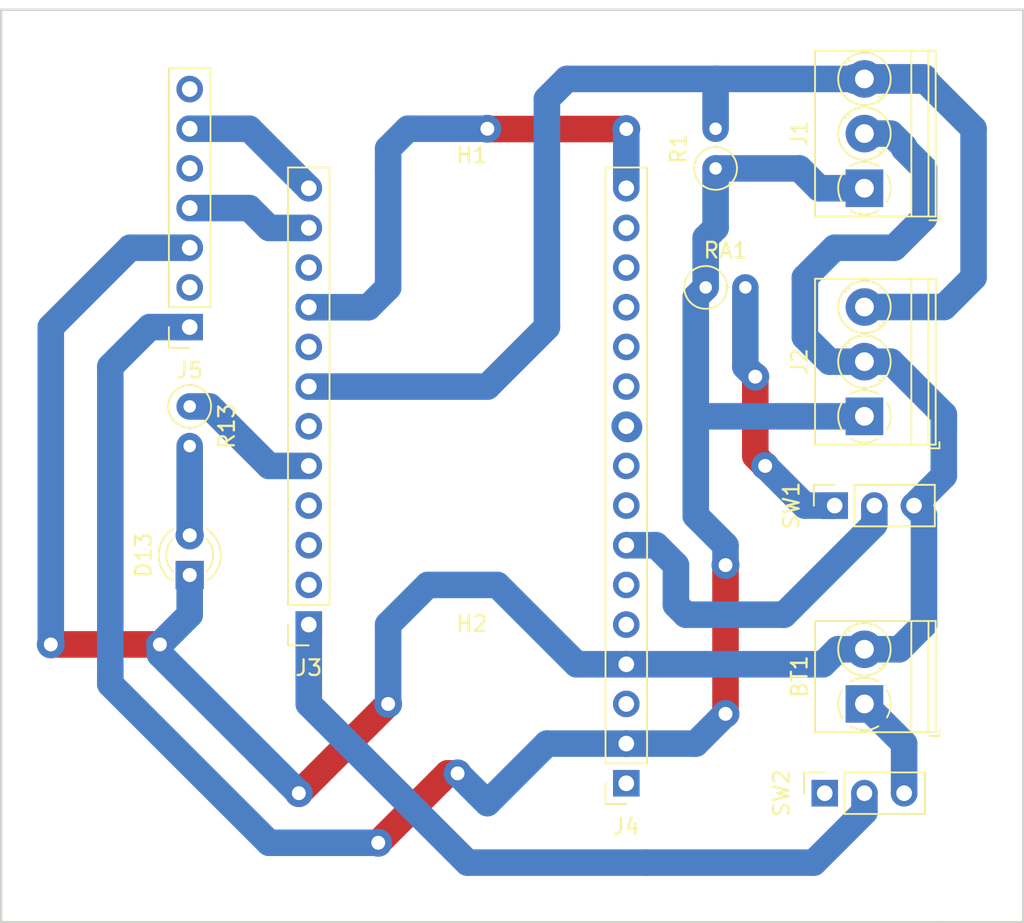
<source format=kicad_pcb>
(kicad_pcb (version 20171130) (host pcbnew 5.1.5-52549c5~84~ubuntu18.04.1)

  (general
    (thickness 1.6)
    (drawings 10)
    (tracks 139)
    (zones 0)
    (modules 14)
    (nets 13)
  )

  (page A4)
  (layers
    (0 F.Cu signal)
    (31 B.Cu signal)
    (32 B.Adhes user)
    (33 F.Adhes user)
    (34 B.Paste user)
    (35 F.Paste user)
    (36 B.SilkS user)
    (37 F.SilkS user)
    (38 B.Mask user)
    (39 F.Mask user)
    (40 Dwgs.User user)
    (41 Cmts.User user)
    (42 Eco1.User user)
    (43 Eco2.User user)
    (44 Edge.Cuts user)
    (45 Margin user)
    (46 B.CrtYd user)
    (47 F.CrtYd user)
    (48 B.Fab user)
    (49 F.Fab user)
  )

  (setup
    (last_trace_width 1.7)
    (user_trace_width 0.254)
    (user_trace_width 0.381)
    (user_trace_width 0.635)
    (user_trace_width 1.27)
    (user_trace_width 1.7)
    (user_trace_width 1.905)
    (user_trace_width 2.54)
    (trace_clearance 0.2)
    (zone_clearance 0.508)
    (zone_45_only no)
    (trace_min 0.2)
    (via_size 1.778)
    (via_drill 0.889)
    (via_min_size 0.4)
    (via_min_drill 0.508)
    (uvia_size 0.3)
    (uvia_drill 0.1)
    (uvias_allowed no)
    (uvia_min_size 0.2)
    (uvia_min_drill 0.1)
    (edge_width 0.15)
    (segment_width 0.2)
    (pcb_text_width 0.3)
    (pcb_text_size 1.5 1.5)
    (mod_edge_width 0.15)
    (mod_text_size 1 1)
    (mod_text_width 0.15)
    (pad_size 1.4 1.4)
    (pad_drill 0.7)
    (pad_to_mask_clearance 0.051)
    (solder_mask_min_width 0.25)
    (aux_axis_origin 9.525 59.69)
    (visible_elements FFFDFF7F)
    (pcbplotparams
      (layerselection 0x010fc_ffffffff)
      (usegerberextensions false)
      (usegerberattributes false)
      (usegerberadvancedattributes false)
      (creategerberjobfile false)
      (excludeedgelayer true)
      (linewidth 0.100000)
      (plotframeref false)
      (viasonmask false)
      (mode 1)
      (useauxorigin false)
      (hpglpennumber 1)
      (hpglpenspeed 20)
      (hpglpendiameter 15.000000)
      (psnegative false)
      (psa4output false)
      (plotreference true)
      (plotvalue true)
      (plotinvisibletext false)
      (padsonsilk false)
      (subtractmaskfromsilk false)
      (outputformat 1)
      (mirror false)
      (drillshape 0)
      (scaleselection 1)
      (outputdirectory "gerb/drill_v2/"))
  )

  (net 0 "")
  (net 1 GND)
  (net 2 D10)
  (net 3 D12)
  (net 4 D6)
  (net 5 "Net-(BT1-Pad1)")
  (net 6 VBAT)
  (net 7 SCL)
  (net 8 SDA)
  (net 9 +3V3)
  (net 10 "Net-(D13-Pad2)")
  (net 11 A2)
  (net 12 "Net-(RA1-Pad2)")

  (net_class Default "This is the default net class."
    (clearance 0.2)
    (trace_width 0.25)
    (via_dia 1.778)
    (via_drill 0.889)
    (uvia_dia 0.3)
    (uvia_drill 0.1)
    (add_net +3V3)
    (add_net A2)
    (add_net D10)
    (add_net D12)
    (add_net D6)
    (add_net GND)
    (add_net "Net-(BT1-Pad1)")
    (add_net "Net-(D13-Pad2)")
    (add_net "Net-(RA1-Pad2)")
    (add_net SCL)
    (add_net SDA)
    (add_net VBAT)
  )

  (module Connector_PinSocket_2.54mm:PinSocket_1x03_P2.54mm_Vertical (layer F.Cu) (tedit 5A19A429) (tstamp 5EE2C0B0)
    (at 62.865 33.02 90)
    (descr "Through hole straight socket strip, 1x03, 2.54mm pitch, single row (from Kicad 4.0.7), script generated")
    (tags "Through hole socket strip THT 1x03 2.54mm single row")
    (path /5EE2C0E6)
    (fp_text reference SW1 (at 0 -2.77 90) (layer F.SilkS)
      (effects (font (size 1 1) (thickness 0.15)))
    )
    (fp_text value SW_SPDT (at 0 7.85 90) (layer F.Fab)
      (effects (font (size 1 1) (thickness 0.15)))
    )
    (fp_text user %R (at 0 2.54) (layer F.Fab)
      (effects (font (size 1 1) (thickness 0.15)))
    )
    (fp_line (start -1.8 6.85) (end -1.8 -1.8) (layer F.CrtYd) (width 0.05))
    (fp_line (start 1.75 6.85) (end -1.8 6.85) (layer F.CrtYd) (width 0.05))
    (fp_line (start 1.75 -1.8) (end 1.75 6.85) (layer F.CrtYd) (width 0.05))
    (fp_line (start -1.8 -1.8) (end 1.75 -1.8) (layer F.CrtYd) (width 0.05))
    (fp_line (start 0 -1.33) (end 1.33 -1.33) (layer F.SilkS) (width 0.12))
    (fp_line (start 1.33 -1.33) (end 1.33 0) (layer F.SilkS) (width 0.12))
    (fp_line (start 1.33 1.27) (end 1.33 6.41) (layer F.SilkS) (width 0.12))
    (fp_line (start -1.33 6.41) (end 1.33 6.41) (layer F.SilkS) (width 0.12))
    (fp_line (start -1.33 1.27) (end -1.33 6.41) (layer F.SilkS) (width 0.12))
    (fp_line (start -1.33 1.27) (end 1.33 1.27) (layer F.SilkS) (width 0.12))
    (fp_line (start -1.27 6.35) (end -1.27 -1.27) (layer F.Fab) (width 0.1))
    (fp_line (start 1.27 6.35) (end -1.27 6.35) (layer F.Fab) (width 0.1))
    (fp_line (start 1.27 -0.635) (end 1.27 6.35) (layer F.Fab) (width 0.1))
    (fp_line (start 0.635 -1.27) (end 1.27 -0.635) (layer F.Fab) (width 0.1))
    (fp_line (start -1.27 -1.27) (end 0.635 -1.27) (layer F.Fab) (width 0.1))
    (pad 3 thru_hole oval (at 0 5.08 90) (size 1.7 1.7) (drill 1) (layers *.Cu *.Mask)
      (net 1 GND))
    (pad 2 thru_hole oval (at 0 2.54 90) (size 1.7 1.7) (drill 1) (layers *.Cu *.Mask)
      (net 11 A2))
    (pad 1 thru_hole rect (at 0 0 90) (size 1.7 1.7) (drill 1) (layers *.Cu *.Mask)
      (net 12 "Net-(RA1-Pad2)"))
    (model ${KISYS3DMOD}/Connector_PinSocket_2.54mm.3dshapes/PinSocket_1x03_P2.54mm_Vertical.wrl
      (at (xyz 0 0 0))
      (scale (xyz 1 1 1))
      (rotate (xyz 0 0 0))
    )
  )

  (module Resistor_THT:R_Axial_DIN0207_L6.3mm_D2.5mm_P2.54mm_Vertical (layer F.Cu) (tedit 5AE5139B) (tstamp 5EE2C099)
    (at 54.61 19.05)
    (descr "Resistor, Axial_DIN0207 series, Axial, Vertical, pin pitch=2.54mm, 0.25W = 1/4W, length*diameter=6.3*2.5mm^2, http://cdn-reichelt.de/documents/datenblatt/B400/1_4W%23YAG.pdf")
    (tags "Resistor Axial_DIN0207 series Axial Vertical pin pitch 2.54mm 0.25W = 1/4W length 6.3mm diameter 2.5mm")
    (path /5EE34F4A)
    (fp_text reference RA1 (at 1.27 -2.37) (layer F.SilkS)
      (effects (font (size 1 1) (thickness 0.15)))
    )
    (fp_text value R (at 1.27 2.37) (layer F.Fab)
      (effects (font (size 1 1) (thickness 0.15)))
    )
    (fp_text user %R (at 1.27 -2.37) (layer F.Fab)
      (effects (font (size 1 1) (thickness 0.15)))
    )
    (fp_line (start 3.59 -1.5) (end -1.5 -1.5) (layer F.CrtYd) (width 0.05))
    (fp_line (start 3.59 1.5) (end 3.59 -1.5) (layer F.CrtYd) (width 0.05))
    (fp_line (start -1.5 1.5) (end 3.59 1.5) (layer F.CrtYd) (width 0.05))
    (fp_line (start -1.5 -1.5) (end -1.5 1.5) (layer F.CrtYd) (width 0.05))
    (fp_line (start 1.37 0) (end 1.44 0) (layer F.SilkS) (width 0.12))
    (fp_line (start 0 0) (end 2.54 0) (layer F.Fab) (width 0.1))
    (fp_circle (center 0 0) (end 1.37 0) (layer F.SilkS) (width 0.12))
    (fp_circle (center 0 0) (end 1.25 0) (layer F.Fab) (width 0.1))
    (pad 2 thru_hole oval (at 2.54 0) (size 1.6 1.6) (drill 0.8) (layers *.Cu *.Mask)
      (net 12 "Net-(RA1-Pad2)"))
    (pad 1 thru_hole circle (at 0 0) (size 1.6 1.6) (drill 0.8) (layers *.Cu *.Mask)
      (net 9 +3V3))
    (model ${KISYS3DMOD}/Resistor_THT.3dshapes/R_Axial_DIN0207_L6.3mm_D2.5mm_P2.54mm_Vertical.wrl
      (at (xyz 0 0 0))
      (scale (xyz 1 1 1))
      (rotate (xyz 0 0 0))
    )
  )

  (module TerminalBlock_Phoenix:TerminalBlock_Phoenix_PT-1,5-3-3.5-H_1x03_P3.50mm_Horizontal (layer F.Cu) (tedit 5B294F3F) (tstamp 5EE3203A)
    (at 64.77 27.305 90)
    (descr "Terminal Block Phoenix PT-1,5-3-3.5-H, 3 pins, pitch 3.5mm, size 10.5x7.6mm^2, drill diamater 1.2mm, pad diameter 2.4mm, see , script-generated using https://github.com/pointhi/kicad-footprint-generator/scripts/TerminalBlock_Phoenix")
    (tags "THT Terminal Block Phoenix PT-1,5-3-3.5-H pitch 3.5mm size 10.5x7.6mm^2 drill 1.2mm pad 2.4mm")
    (path /5EED09F8)
    (fp_text reference J2 (at 3.5 -4.16 90) (layer F.SilkS)
      (effects (font (size 1 1) (thickness 0.15)))
    )
    (fp_text value Screw_Terminal_01x03 (at 3.5 5.56 90) (layer F.Fab)
      (effects (font (size 1 1) (thickness 0.15)))
    )
    (fp_text user %R (at 3.5 2.4 90) (layer F.Fab)
      (effects (font (size 1 1) (thickness 0.15)))
    )
    (fp_line (start 9.25 -3.6) (end -2.25 -3.6) (layer F.CrtYd) (width 0.05))
    (fp_line (start 9.25 5) (end 9.25 -3.6) (layer F.CrtYd) (width 0.05))
    (fp_line (start -2.25 5) (end 9.25 5) (layer F.CrtYd) (width 0.05))
    (fp_line (start -2.25 -3.6) (end -2.25 5) (layer F.CrtYd) (width 0.05))
    (fp_line (start -2.05 4.8) (end -1.65 4.8) (layer F.SilkS) (width 0.12))
    (fp_line (start -2.05 4.16) (end -2.05 4.8) (layer F.SilkS) (width 0.12))
    (fp_line (start 5.855 0.941) (end 5.726 1.069) (layer F.SilkS) (width 0.12))
    (fp_line (start 8.07 -1.275) (end 7.976 -1.181) (layer F.SilkS) (width 0.12))
    (fp_line (start 6.025 1.181) (end 5.931 1.274) (layer F.SilkS) (width 0.12))
    (fp_line (start 8.275 -1.069) (end 8.146 -0.941) (layer F.SilkS) (width 0.12))
    (fp_line (start 7.955 -1.138) (end 5.863 0.955) (layer F.Fab) (width 0.1))
    (fp_line (start 8.138 -0.955) (end 6.046 1.138) (layer F.Fab) (width 0.1))
    (fp_line (start 2.355 0.941) (end 2.226 1.069) (layer F.SilkS) (width 0.12))
    (fp_line (start 4.57 -1.275) (end 4.476 -1.181) (layer F.SilkS) (width 0.12))
    (fp_line (start 2.525 1.181) (end 2.431 1.274) (layer F.SilkS) (width 0.12))
    (fp_line (start 4.775 -1.069) (end 4.646 -0.941) (layer F.SilkS) (width 0.12))
    (fp_line (start 4.455 -1.138) (end 2.363 0.955) (layer F.Fab) (width 0.1))
    (fp_line (start 4.638 -0.955) (end 2.546 1.138) (layer F.Fab) (width 0.1))
    (fp_line (start 0.955 -1.138) (end -1.138 0.955) (layer F.Fab) (width 0.1))
    (fp_line (start 1.138 -0.955) (end -0.955 1.138) (layer F.Fab) (width 0.1))
    (fp_line (start 8.81 -3.16) (end 8.81 4.56) (layer F.SilkS) (width 0.12))
    (fp_line (start -1.81 -3.16) (end -1.81 4.56) (layer F.SilkS) (width 0.12))
    (fp_line (start -1.81 4.56) (end 8.81 4.56) (layer F.SilkS) (width 0.12))
    (fp_line (start -1.81 -3.16) (end 8.81 -3.16) (layer F.SilkS) (width 0.12))
    (fp_line (start -1.81 3) (end 8.81 3) (layer F.SilkS) (width 0.12))
    (fp_line (start -1.75 3) (end 8.75 3) (layer F.Fab) (width 0.1))
    (fp_line (start -1.81 4.1) (end 8.81 4.1) (layer F.SilkS) (width 0.12))
    (fp_line (start -1.75 4.1) (end 8.75 4.1) (layer F.Fab) (width 0.1))
    (fp_line (start -1.75 4.1) (end -1.75 -3.1) (layer F.Fab) (width 0.1))
    (fp_line (start -1.35 4.5) (end -1.75 4.1) (layer F.Fab) (width 0.1))
    (fp_line (start 8.75 4.5) (end -1.35 4.5) (layer F.Fab) (width 0.1))
    (fp_line (start 8.75 -3.1) (end 8.75 4.5) (layer F.Fab) (width 0.1))
    (fp_line (start -1.75 -3.1) (end 8.75 -3.1) (layer F.Fab) (width 0.1))
    (fp_circle (center 7 0) (end 8.68 0) (layer F.SilkS) (width 0.12))
    (fp_circle (center 7 0) (end 8.5 0) (layer F.Fab) (width 0.1))
    (fp_circle (center 3.5 0) (end 5.18 0) (layer F.SilkS) (width 0.12))
    (fp_circle (center 3.5 0) (end 5 0) (layer F.Fab) (width 0.1))
    (fp_circle (center 0 0) (end 1.5 0) (layer F.Fab) (width 0.1))
    (fp_arc (start 0 0) (end -0.866 1.44) (angle -32) (layer F.SilkS) (width 0.12))
    (fp_arc (start 0 0) (end -1.44 -0.866) (angle -63) (layer F.SilkS) (width 0.12))
    (fp_arc (start 0 0) (end 0.866 -1.44) (angle -63) (layer F.SilkS) (width 0.12))
    (fp_arc (start 0 0) (end 1.425 0.891) (angle -64) (layer F.SilkS) (width 0.12))
    (fp_arc (start 0 0) (end 0 1.68) (angle -32) (layer F.SilkS) (width 0.12))
    (pad 3 thru_hole circle (at 7 0 90) (size 2.4 2.4) (drill 1.2) (layers *.Cu *.Mask)
      (net 2 D10))
    (pad 2 thru_hole circle (at 3.5 0 90) (size 2.4 2.4) (drill 1.2) (layers *.Cu *.Mask)
      (net 1 GND))
    (pad 1 thru_hole rect (at 0 0 90) (size 2.4 2.4) (drill 1.2) (layers *.Cu *.Mask)
      (net 9 +3V3))
    (model ${KISYS3DMOD}/TerminalBlock_Phoenix.3dshapes/TerminalBlock_Phoenix_PT-1,5-3-3.5-H_1x03_P3.50mm_Horizontal.wrl
      (at (xyz 0 0 0))
      (scale (xyz 1 1 1))
      (rotate (xyz 0 0 0))
    )
  )

  (module TerminalBlock_Phoenix:TerminalBlock_Phoenix_PT-1,5-3-3.5-H_1x03_P3.50mm_Horizontal (layer F.Cu) (tedit 5B294F3F) (tstamp 5E5C4680)
    (at 64.77 12.7 90)
    (descr "Terminal Block Phoenix PT-1,5-3-3.5-H, 3 pins, pitch 3.5mm, size 10.5x7.6mm^2, drill diamater 1.2mm, pad diameter 2.4mm, see , script-generated using https://github.com/pointhi/kicad-footprint-generator/scripts/TerminalBlock_Phoenix")
    (tags "THT Terminal Block Phoenix PT-1,5-3-3.5-H pitch 3.5mm size 10.5x7.6mm^2 drill 1.2mm pad 2.4mm")
    (path /5D3E8A32)
    (fp_text reference J1 (at 3.5 -4.16 90) (layer F.SilkS)
      (effects (font (size 1 1) (thickness 0.15)))
    )
    (fp_text value Screw_Terminal_01x03 (at 3.5 5.56 90) (layer F.Fab)
      (effects (font (size 1 1) (thickness 0.15)))
    )
    (fp_arc (start 0 0) (end 0 1.68) (angle -32) (layer F.SilkS) (width 0.12))
    (fp_arc (start 0 0) (end 1.425 0.891) (angle -64) (layer F.SilkS) (width 0.12))
    (fp_arc (start 0 0) (end 0.866 -1.44) (angle -63) (layer F.SilkS) (width 0.12))
    (fp_arc (start 0 0) (end -1.44 -0.866) (angle -63) (layer F.SilkS) (width 0.12))
    (fp_arc (start 0 0) (end -0.866 1.44) (angle -32) (layer F.SilkS) (width 0.12))
    (fp_circle (center 0 0) (end 1.5 0) (layer F.Fab) (width 0.1))
    (fp_circle (center 3.5 0) (end 5 0) (layer F.Fab) (width 0.1))
    (fp_circle (center 3.5 0) (end 5.18 0) (layer F.SilkS) (width 0.12))
    (fp_circle (center 7 0) (end 8.5 0) (layer F.Fab) (width 0.1))
    (fp_circle (center 7 0) (end 8.68 0) (layer F.SilkS) (width 0.12))
    (fp_line (start -1.75 -3.1) (end 8.75 -3.1) (layer F.Fab) (width 0.1))
    (fp_line (start 8.75 -3.1) (end 8.75 4.5) (layer F.Fab) (width 0.1))
    (fp_line (start 8.75 4.5) (end -1.35 4.5) (layer F.Fab) (width 0.1))
    (fp_line (start -1.35 4.5) (end -1.75 4.1) (layer F.Fab) (width 0.1))
    (fp_line (start -1.75 4.1) (end -1.75 -3.1) (layer F.Fab) (width 0.1))
    (fp_line (start -1.75 4.1) (end 8.75 4.1) (layer F.Fab) (width 0.1))
    (fp_line (start -1.81 4.1) (end 8.81 4.1) (layer F.SilkS) (width 0.12))
    (fp_line (start -1.75 3) (end 8.75 3) (layer F.Fab) (width 0.1))
    (fp_line (start -1.81 3) (end 8.81 3) (layer F.SilkS) (width 0.12))
    (fp_line (start -1.81 -3.16) (end 8.81 -3.16) (layer F.SilkS) (width 0.12))
    (fp_line (start -1.81 4.56) (end 8.81 4.56) (layer F.SilkS) (width 0.12))
    (fp_line (start -1.81 -3.16) (end -1.81 4.56) (layer F.SilkS) (width 0.12))
    (fp_line (start 8.81 -3.16) (end 8.81 4.56) (layer F.SilkS) (width 0.12))
    (fp_line (start 1.138 -0.955) (end -0.955 1.138) (layer F.Fab) (width 0.1))
    (fp_line (start 0.955 -1.138) (end -1.138 0.955) (layer F.Fab) (width 0.1))
    (fp_line (start 4.638 -0.955) (end 2.546 1.138) (layer F.Fab) (width 0.1))
    (fp_line (start 4.455 -1.138) (end 2.363 0.955) (layer F.Fab) (width 0.1))
    (fp_line (start 4.775 -1.069) (end 4.646 -0.941) (layer F.SilkS) (width 0.12))
    (fp_line (start 2.525 1.181) (end 2.431 1.274) (layer F.SilkS) (width 0.12))
    (fp_line (start 4.57 -1.275) (end 4.476 -1.181) (layer F.SilkS) (width 0.12))
    (fp_line (start 2.355 0.941) (end 2.226 1.069) (layer F.SilkS) (width 0.12))
    (fp_line (start 8.138 -0.955) (end 6.046 1.138) (layer F.Fab) (width 0.1))
    (fp_line (start 7.955 -1.138) (end 5.863 0.955) (layer F.Fab) (width 0.1))
    (fp_line (start 8.275 -1.069) (end 8.146 -0.941) (layer F.SilkS) (width 0.12))
    (fp_line (start 6.025 1.181) (end 5.931 1.274) (layer F.SilkS) (width 0.12))
    (fp_line (start 8.07 -1.275) (end 7.976 -1.181) (layer F.SilkS) (width 0.12))
    (fp_line (start 5.855 0.941) (end 5.726 1.069) (layer F.SilkS) (width 0.12))
    (fp_line (start -2.05 4.16) (end -2.05 4.8) (layer F.SilkS) (width 0.12))
    (fp_line (start -2.05 4.8) (end -1.65 4.8) (layer F.SilkS) (width 0.12))
    (fp_line (start -2.25 -3.6) (end -2.25 5) (layer F.CrtYd) (width 0.05))
    (fp_line (start -2.25 5) (end 9.25 5) (layer F.CrtYd) (width 0.05))
    (fp_line (start 9.25 5) (end 9.25 -3.6) (layer F.CrtYd) (width 0.05))
    (fp_line (start 9.25 -3.6) (end -2.25 -3.6) (layer F.CrtYd) (width 0.05))
    (fp_text user %R (at 3.5 2.4 90) (layer F.Fab)
      (effects (font (size 1 1) (thickness 0.15)))
    )
    (pad 1 thru_hole rect (at 0 0 90) (size 2.4 2.4) (drill 1.2) (layers *.Cu *.Mask)
      (net 9 +3V3))
    (pad 2 thru_hole circle (at 3.5 0 90) (size 2.4 2.4) (drill 1.2) (layers *.Cu *.Mask)
      (net 1 GND))
    (pad 3 thru_hole circle (at 7 0 90) (size 2.4 2.4) (drill 1.2) (layers *.Cu *.Mask)
      (net 2 D10))
    (model ${KISYS3DMOD}/TerminalBlock_Phoenix.3dshapes/TerminalBlock_Phoenix_PT-1,5-3-3.5-H_1x03_P3.50mm_Horizontal.wrl
      (at (xyz 0 0 0))
      (scale (xyz 1 1 1))
      (rotate (xyz 0 0 0))
    )
  )

  (module Connector_PinSocket_2.54mm:PinSocket_1x12_P2.54mm_Vertical (layer F.Cu) (tedit 5A19A41D) (tstamp 5E5CA31E)
    (at 29.21 40.64 180)
    (descr "Through hole straight socket strip, 1x12, 2.54mm pitch, single row (from Kicad 4.0.7), script generated")
    (tags "Through hole socket strip THT 1x12 2.54mm single row")
    (path /5D3A6009)
    (fp_text reference J3 (at 0 -2.77) (layer F.SilkS)
      (effects (font (size 1 1) (thickness 0.15)))
    )
    (fp_text value FeatherLora1 (at 0 30.71) (layer F.Fab)
      (effects (font (size 1 1) (thickness 0.15)))
    )
    (fp_line (start -1.27 -1.27) (end 0.635 -1.27) (layer F.Fab) (width 0.1))
    (fp_line (start 0.635 -1.27) (end 1.27 -0.635) (layer F.Fab) (width 0.1))
    (fp_line (start 1.27 -0.635) (end 1.27 29.21) (layer F.Fab) (width 0.1))
    (fp_line (start 1.27 29.21) (end -1.27 29.21) (layer F.Fab) (width 0.1))
    (fp_line (start -1.27 29.21) (end -1.27 -1.27) (layer F.Fab) (width 0.1))
    (fp_line (start -1.33 1.27) (end 1.33 1.27) (layer F.SilkS) (width 0.12))
    (fp_line (start -1.33 1.27) (end -1.33 29.27) (layer F.SilkS) (width 0.12))
    (fp_line (start -1.33 29.27) (end 1.33 29.27) (layer F.SilkS) (width 0.12))
    (fp_line (start 1.33 1.27) (end 1.33 29.27) (layer F.SilkS) (width 0.12))
    (fp_line (start 1.33 -1.33) (end 1.33 0) (layer F.SilkS) (width 0.12))
    (fp_line (start 0 -1.33) (end 1.33 -1.33) (layer F.SilkS) (width 0.12))
    (fp_line (start -1.8 -1.8) (end 1.75 -1.8) (layer F.CrtYd) (width 0.05))
    (fp_line (start 1.75 -1.8) (end 1.75 29.7) (layer F.CrtYd) (width 0.05))
    (fp_line (start 1.75 29.7) (end -1.8 29.7) (layer F.CrtYd) (width 0.05))
    (fp_line (start -1.8 29.7) (end -1.8 -1.8) (layer F.CrtYd) (width 0.05))
    (fp_text user %R (at 0 13.97 90) (layer F.Fab)
      (effects (font (size 1 1) (thickness 0.15)))
    )
    (pad 1 thru_hole rect (at 0 0 180) (size 1.7 1.7) (drill 1) (layers *.Cu *.Mask)
      (net 6 VBAT))
    (pad 2 thru_hole oval (at 0 2.54 180) (size 1.7 1.7) (drill 1) (layers *.Cu *.Mask))
    (pad 3 thru_hole oval (at 0 5.08 180) (size 1.7 1.7) (drill 1) (layers *.Cu *.Mask))
    (pad 4 thru_hole oval (at 0 7.62 180) (size 1.7 1.7) (drill 1) (layers *.Cu *.Mask))
    (pad 5 thru_hole oval (at 0 10.16 180) (size 1.7 1.7) (drill 1) (layers *.Cu *.Mask)
      (net 3 D12))
    (pad 6 thru_hole oval (at 0 12.7 180) (size 1.7 1.7) (drill 1) (layers *.Cu *.Mask))
    (pad 7 thru_hole oval (at 0 15.24 180) (size 1.7 1.7) (drill 1) (layers *.Cu *.Mask)
      (net 2 D10))
    (pad 8 thru_hole oval (at 0 17.78 180) (size 1.7 1.7) (drill 1) (layers *.Cu *.Mask))
    (pad 9 thru_hole oval (at 0 20.32 180) (size 1.7 1.7) (drill 1) (layers *.Cu *.Mask)
      (net 4 D6))
    (pad 10 thru_hole oval (at 0 22.86 180) (size 1.7 1.7) (drill 1) (layers *.Cu *.Mask))
    (pad 11 thru_hole oval (at 0 25.4 180) (size 1.7 1.7) (drill 1) (layers *.Cu *.Mask)
      (net 7 SCL))
    (pad 12 thru_hole oval (at 0 27.94 180) (size 1.7 1.7) (drill 1) (layers *.Cu *.Mask)
      (net 8 SDA))
    (model ${KISYS3DMOD}/Connector_PinSocket_2.54mm.3dshapes/PinSocket_1x12_P2.54mm_Vertical.wrl
      (at (xyz 0 0 0))
      (scale (xyz 1 1 1))
      (rotate (xyz 0 0 0))
    )
  )

  (module Connector_PinSocket_2.54mm:PinSocket_1x16_P2.54mm_Vertical (layer F.Cu) (tedit 5A19A41E) (tstamp 5E5CA1C3)
    (at 49.53 50.8 180)
    (descr "Through hole straight socket strip, 1x16, 2.54mm pitch, single row (from Kicad 4.0.7), script generated")
    (tags "Through hole socket strip THT 1x16 2.54mm single row")
    (path /5D3A613C)
    (fp_text reference J4 (at 0 -2.77 180) (layer F.SilkS)
      (effects (font (size 1 1) (thickness 0.15)))
    )
    (fp_text value FeatherLora2 (at 0 40.87 180) (layer F.Fab)
      (effects (font (size 1 1) (thickness 0.15)))
    )
    (fp_line (start -1.27 -1.27) (end 0.635 -1.27) (layer F.Fab) (width 0.1))
    (fp_line (start 0.635 -1.27) (end 1.27 -0.635) (layer F.Fab) (width 0.1))
    (fp_line (start 1.27 -0.635) (end 1.27 39.37) (layer F.Fab) (width 0.1))
    (fp_line (start 1.27 39.37) (end -1.27 39.37) (layer F.Fab) (width 0.1))
    (fp_line (start -1.27 39.37) (end -1.27 -1.27) (layer F.Fab) (width 0.1))
    (fp_line (start -1.33 1.27) (end 1.33 1.27) (layer F.SilkS) (width 0.12))
    (fp_line (start -1.33 1.27) (end -1.33 39.43) (layer F.SilkS) (width 0.12))
    (fp_line (start -1.33 39.43) (end 1.33 39.43) (layer F.SilkS) (width 0.12))
    (fp_line (start 1.33 1.27) (end 1.33 39.43) (layer F.SilkS) (width 0.12))
    (fp_line (start 1.33 -1.33) (end 1.33 0) (layer F.SilkS) (width 0.12))
    (fp_line (start 0 -1.33) (end 1.33 -1.33) (layer F.SilkS) (width 0.12))
    (fp_line (start -1.8 -1.8) (end 1.75 -1.8) (layer F.CrtYd) (width 0.05))
    (fp_line (start 1.75 -1.8) (end 1.75 39.9) (layer F.CrtYd) (width 0.05))
    (fp_line (start 1.75 39.9) (end -1.8 39.9) (layer F.CrtYd) (width 0.05))
    (fp_line (start -1.8 39.9) (end -1.8 -1.8) (layer F.CrtYd) (width 0.05))
    (fp_text user %R (at 0 19.05 270) (layer F.Fab)
      (effects (font (size 1 1) (thickness 0.15)))
    )
    (pad 1 thru_hole rect (at 0 0 180) (size 1.7 1.7) (drill 1) (layers *.Cu *.Mask))
    (pad 2 thru_hole oval (at 0 2.54 180) (size 1.7 1.7) (drill 1) (layers *.Cu *.Mask)
      (net 9 +3V3))
    (pad 3 thru_hole oval (at 0 5.08 180) (size 1.7 1.7) (drill 1) (layers *.Cu *.Mask))
    (pad 4 thru_hole oval (at 0 7.62 180) (size 1.7 1.7) (drill 1) (layers *.Cu *.Mask)
      (net 1 GND))
    (pad 5 thru_hole oval (at 0 10.16 180) (size 1.7 1.7) (drill 1) (layers *.Cu *.Mask))
    (pad 6 thru_hole oval (at 0 12.7 180) (size 1.7 1.7) (drill 1) (layers *.Cu *.Mask))
    (pad 7 thru_hole oval (at 0 15.24 180) (size 1.7 1.7) (drill 1) (layers *.Cu *.Mask)
      (net 11 A2))
    (pad 8 thru_hole oval (at 0 17.78 180) (size 1.7 1.7) (drill 1) (layers *.Cu *.Mask))
    (pad 9 thru_hole oval (at 0 20.32 180) (size 1.7 1.7) (drill 1) (layers *.Cu *.Mask))
    (pad 10 thru_hole oval (at 0 22.86 180) (size 1.7 1.7) (drill 1) (layers *.Cu *.Mask))
    (pad 11 thru_hole oval (at 0 25.4 180) (size 1.7 1.7) (drill 1) (layers *.Cu *.Mask))
    (pad 12 thru_hole oval (at 0 27.94 180) (size 1.7 1.7) (drill 1) (layers *.Cu *.Mask))
    (pad 13 thru_hole oval (at 0 30.48 180) (size 1.7 1.7) (drill 1) (layers *.Cu *.Mask))
    (pad 14 thru_hole oval (at 0 33.02 180) (size 1.7 1.7) (drill 1) (layers *.Cu *.Mask))
    (pad 15 thru_hole oval (at 0 35.56 180) (size 1.7 1.7) (drill 1) (layers *.Cu *.Mask))
    (pad 16 thru_hole oval (at 0 38.1 180) (size 1.7 1.7) (drill 1) (layers *.Cu *.Mask)
      (net 4 D6))
    (model ${KISYS3DMOD}/Connector_PinSocket_2.54mm.3dshapes/PinSocket_1x16_P2.54mm_Vertical.wrl
      (at (xyz 0 0 0))
      (scale (xyz 1 1 1))
      (rotate (xyz 0 0 0))
    )
  )

  (module Connector_PinSocket_2.54mm:PinSocket_1x07_P2.54mm_Vertical (layer F.Cu) (tedit 5A19A433) (tstamp 5EE2E204)
    (at 21.59 21.59 180)
    (descr "Through hole straight socket strip, 1x07, 2.54mm pitch, single row (from Kicad 4.0.7), script generated")
    (tags "Through hole socket strip THT 1x07 2.54mm single row")
    (path /5EE4655A)
    (fp_text reference J5 (at 0 -2.77) (layer F.SilkS)
      (effects (font (size 1 1) (thickness 0.15)))
    )
    (fp_text value Conn_01x07_Female (at 0 18.01) (layer F.Fab)
      (effects (font (size 1 1) (thickness 0.15)))
    )
    (fp_line (start -1.27 -1.27) (end 0.635 -1.27) (layer F.Fab) (width 0.1))
    (fp_line (start 0.635 -1.27) (end 1.27 -0.635) (layer F.Fab) (width 0.1))
    (fp_line (start 1.27 -0.635) (end 1.27 16.51) (layer F.Fab) (width 0.1))
    (fp_line (start 1.27 16.51) (end -1.27 16.51) (layer F.Fab) (width 0.1))
    (fp_line (start -1.27 16.51) (end -1.27 -1.27) (layer F.Fab) (width 0.1))
    (fp_line (start -1.33 1.27) (end 1.33 1.27) (layer F.SilkS) (width 0.12))
    (fp_line (start -1.33 1.27) (end -1.33 16.57) (layer F.SilkS) (width 0.12))
    (fp_line (start -1.33 16.57) (end 1.33 16.57) (layer F.SilkS) (width 0.12))
    (fp_line (start 1.33 1.27) (end 1.33 16.57) (layer F.SilkS) (width 0.12))
    (fp_line (start 1.33 -1.33) (end 1.33 0) (layer F.SilkS) (width 0.12))
    (fp_line (start 0 -1.33) (end 1.33 -1.33) (layer F.SilkS) (width 0.12))
    (fp_line (start -1.8 -1.8) (end 1.75 -1.8) (layer F.CrtYd) (width 0.05))
    (fp_line (start 1.75 -1.8) (end 1.75 17) (layer F.CrtYd) (width 0.05))
    (fp_line (start 1.75 17) (end -1.8 17) (layer F.CrtYd) (width 0.05))
    (fp_line (start -1.8 17) (end -1.8 -1.8) (layer F.CrtYd) (width 0.05))
    (fp_text user %R (at 0 7.62 90) (layer F.Fab)
      (effects (font (size 1 1) (thickness 0.15)))
    )
    (pad 1 thru_hole rect (at 0 0 180) (size 1.7 1.7) (drill 1) (layers *.Cu *.Mask)
      (net 9 +3V3))
    (pad 2 thru_hole oval (at 0 2.54 180) (size 1.7 1.7) (drill 1) (layers *.Cu *.Mask))
    (pad 3 thru_hole oval (at 0 5.08 180) (size 1.7 1.7) (drill 1) (layers *.Cu *.Mask)
      (net 1 GND))
    (pad 4 thru_hole oval (at 0 7.62 180) (size 1.7 1.7) (drill 1) (layers *.Cu *.Mask)
      (net 7 SCL))
    (pad 5 thru_hole oval (at 0 10.16 180) (size 1.7 1.7) (drill 1) (layers *.Cu *.Mask))
    (pad 6 thru_hole oval (at 0 12.7 180) (size 1.7 1.7) (drill 1) (layers *.Cu *.Mask)
      (net 8 SDA))
    (pad 7 thru_hole oval (at 0 15.24 180) (size 1.7 1.7) (drill 1) (layers *.Cu *.Mask))
    (model ${KISYS3DMOD}/Connector_PinSocket_2.54mm.3dshapes/PinSocket_1x07_P2.54mm_Vertical.wrl
      (at (xyz 0 0 0))
      (scale (xyz 1 1 1))
      (rotate (xyz 0 0 0))
    )
  )

  (module Resistor_THT:R_Axial_DIN0207_L6.3mm_D2.5mm_P2.54mm_Vertical (layer F.Cu) (tedit 5AE5139B) (tstamp 5EE2E293)
    (at 55.245 11.43 90)
    (descr "Resistor, Axial_DIN0207 series, Axial, Vertical, pin pitch=2.54mm, 0.25W = 1/4W, length*diameter=6.3*2.5mm^2, http://cdn-reichelt.de/documents/datenblatt/B400/1_4W%23YAG.pdf")
    (tags "Resistor Axial_DIN0207 series Axial Vertical pin pitch 2.54mm 0.25W = 1/4W length 6.3mm diameter 2.5mm")
    (path /5EE6DA1A)
    (fp_text reference R1 (at 1.27 -2.37 90) (layer F.SilkS)
      (effects (font (size 1 1) (thickness 0.15)))
    )
    (fp_text value R (at 1.27 2.37 90) (layer F.Fab)
      (effects (font (size 1 1) (thickness 0.15)))
    )
    (fp_circle (center 0 0) (end 1.25 0) (layer F.Fab) (width 0.1))
    (fp_circle (center 0 0) (end 1.37 0) (layer F.SilkS) (width 0.12))
    (fp_line (start 0 0) (end 2.54 0) (layer F.Fab) (width 0.1))
    (fp_line (start 1.37 0) (end 1.44 0) (layer F.SilkS) (width 0.12))
    (fp_line (start -1.5 -1.5) (end -1.5 1.5) (layer F.CrtYd) (width 0.05))
    (fp_line (start -1.5 1.5) (end 3.59 1.5) (layer F.CrtYd) (width 0.05))
    (fp_line (start 3.59 1.5) (end 3.59 -1.5) (layer F.CrtYd) (width 0.05))
    (fp_line (start 3.59 -1.5) (end -1.5 -1.5) (layer F.CrtYd) (width 0.05))
    (fp_text user %R (at 1.27 -2.37 90) (layer F.Fab)
      (effects (font (size 1 1) (thickness 0.15)))
    )
    (pad 1 thru_hole circle (at 0 0 90) (size 1.6 1.6) (drill 0.8) (layers *.Cu *.Mask)
      (net 9 +3V3))
    (pad 2 thru_hole oval (at 2.54 0 90) (size 1.6 1.6) (drill 0.8) (layers *.Cu *.Mask)
      (net 2 D10))
    (model ${KISYS3DMOD}/Resistor_THT.3dshapes/R_Axial_DIN0207_L6.3mm_D2.5mm_P2.54mm_Vertical.wrl
      (at (xyz 0 0 0))
      (scale (xyz 1 1 1))
      (rotate (xyz 0 0 0))
    )
  )

  (module MountingHole:MountingHole_2.7mm_M2.5 (layer F.Cu) (tedit 56D1B4CB) (tstamp 5E5C7BE7)
    (at 39.64 44.28)
    (descr "Mounting Hole 2.7mm, no annular, M2.5")
    (tags "mounting hole 2.7mm no annular m2.5")
    (path /5E641C08)
    (attr virtual)
    (fp_text reference H2 (at 0 -3.7) (layer F.SilkS)
      (effects (font (size 1 1) (thickness 0.15)))
    )
    (fp_text value MountingHole (at 0 3.7) (layer F.Fab)
      (effects (font (size 1 1) (thickness 0.15)))
    )
    (fp_text user %R (at 0.3 0) (layer F.Fab)
      (effects (font (size 1 1) (thickness 0.15)))
    )
    (fp_circle (center 0 0) (end 2.7 0) (layer Cmts.User) (width 0.15))
    (fp_circle (center 0 0) (end 2.95 0) (layer F.CrtYd) (width 0.05))
    (pad 1 np_thru_hole circle (at 0 0) (size 2.7 2.7) (drill 2.7) (layers *.Cu *.Mask))
  )

  (module MountingHole:MountingHole_2.7mm_M2.5 (layer F.Cu) (tedit 56D1B4CB) (tstamp 5EE30D97)
    (at 39.64 14.28)
    (descr "Mounting Hole 2.7mm, no annular, M2.5")
    (tags "mounting hole 2.7mm no annular m2.5")
    (path /5E641806)
    (attr virtual)
    (fp_text reference H1 (at 0 -3.7) (layer F.SilkS)
      (effects (font (size 1 1) (thickness 0.15)))
    )
    (fp_text value MountingHole (at 0 3.7) (layer F.Fab)
      (effects (font (size 1 1) (thickness 0.15)))
    )
    (fp_text user %R (at 0.3 0) (layer F.Fab)
      (effects (font (size 1 1) (thickness 0.15)))
    )
    (fp_circle (center 0 0) (end 2.7 0) (layer Cmts.User) (width 0.15))
    (fp_circle (center 0 0) (end 2.95 0) (layer F.CrtYd) (width 0.05))
    (pad 1 np_thru_hole circle (at 0 0) (size 2.7 2.7) (drill 2.7) (layers *.Cu *.Mask))
  )

  (module TerminalBlock_Phoenix:TerminalBlock_Phoenix_PT-1,5-2-3.5-H_1x02_P3.50mm_Horizontal (layer F.Cu) (tedit 5B294F3F) (tstamp 5E5C35E4)
    (at 64.77 45.72 90)
    (descr "Terminal Block Phoenix PT-1,5-2-3.5-H, 2 pins, pitch 3.5mm, size 7x7.6mm^2, drill diamater 1.2mm, pad diameter 2.4mm, see , script-generated using https://github.com/pointhi/kicad-footprint-generator/scripts/TerminalBlock_Phoenix")
    (tags "THT Terminal Block Phoenix PT-1,5-2-3.5-H pitch 3.5mm size 7x7.6mm^2 drill 1.2mm pad 2.4mm")
    (path /5E6AC2A2)
    (fp_text reference BT1 (at 1.75 -4.16 -90) (layer F.SilkS)
      (effects (font (size 1 1) (thickness 0.15)))
    )
    (fp_text value Battery (at 1.75 5.56 -90) (layer F.Fab)
      (effects (font (size 1 1) (thickness 0.15)))
    )
    (fp_arc (start 0 0) (end 0 1.68) (angle -32) (layer F.SilkS) (width 0.12))
    (fp_arc (start 0 0) (end 1.425 0.891) (angle -64) (layer F.SilkS) (width 0.12))
    (fp_arc (start 0 0) (end 0.866 -1.44) (angle -63) (layer F.SilkS) (width 0.12))
    (fp_arc (start 0 0) (end -1.44 -0.866) (angle -63) (layer F.SilkS) (width 0.12))
    (fp_arc (start 0 0) (end -0.866 1.44) (angle -32) (layer F.SilkS) (width 0.12))
    (fp_circle (center 0 0) (end 1.5 0) (layer F.Fab) (width 0.1))
    (fp_circle (center 3.5 0) (end 5 0) (layer F.Fab) (width 0.1))
    (fp_circle (center 3.5 0) (end 5.18 0) (layer F.SilkS) (width 0.12))
    (fp_line (start -1.75 -3.1) (end 5.25 -3.1) (layer F.Fab) (width 0.1))
    (fp_line (start 5.25 -3.1) (end 5.25 4.5) (layer F.Fab) (width 0.1))
    (fp_line (start 5.25 4.5) (end -1.35 4.5) (layer F.Fab) (width 0.1))
    (fp_line (start -1.35 4.5) (end -1.75 4.1) (layer F.Fab) (width 0.1))
    (fp_line (start -1.75 4.1) (end -1.75 -3.1) (layer F.Fab) (width 0.1))
    (fp_line (start -1.75 4.1) (end 5.25 4.1) (layer F.Fab) (width 0.1))
    (fp_line (start -1.81 4.1) (end 5.31 4.1) (layer F.SilkS) (width 0.12))
    (fp_line (start -1.75 3) (end 5.25 3) (layer F.Fab) (width 0.1))
    (fp_line (start -1.81 3) (end 5.31 3) (layer F.SilkS) (width 0.12))
    (fp_line (start -1.81 -3.16) (end 5.31 -3.16) (layer F.SilkS) (width 0.12))
    (fp_line (start -1.81 4.56) (end 5.31 4.56) (layer F.SilkS) (width 0.12))
    (fp_line (start -1.81 -3.16) (end -1.81 4.56) (layer F.SilkS) (width 0.12))
    (fp_line (start 5.31 -3.16) (end 5.31 4.56) (layer F.SilkS) (width 0.12))
    (fp_line (start 1.138 -0.955) (end -0.955 1.138) (layer F.Fab) (width 0.1))
    (fp_line (start 0.955 -1.138) (end -1.138 0.955) (layer F.Fab) (width 0.1))
    (fp_line (start 4.638 -0.955) (end 2.546 1.138) (layer F.Fab) (width 0.1))
    (fp_line (start 4.455 -1.138) (end 2.363 0.955) (layer F.Fab) (width 0.1))
    (fp_line (start 4.775 -1.069) (end 4.646 -0.941) (layer F.SilkS) (width 0.12))
    (fp_line (start 2.525 1.181) (end 2.431 1.274) (layer F.SilkS) (width 0.12))
    (fp_line (start 4.57 -1.275) (end 4.476 -1.181) (layer F.SilkS) (width 0.12))
    (fp_line (start 2.355 0.941) (end 2.226 1.069) (layer F.SilkS) (width 0.12))
    (fp_line (start -2.05 4.16) (end -2.05 4.8) (layer F.SilkS) (width 0.12))
    (fp_line (start -2.05 4.8) (end -1.65 4.8) (layer F.SilkS) (width 0.12))
    (fp_line (start -2.25 -3.6) (end -2.25 5) (layer F.CrtYd) (width 0.05))
    (fp_line (start -2.25 5) (end 5.75 5) (layer F.CrtYd) (width 0.05))
    (fp_line (start 5.75 5) (end 5.75 -3.6) (layer F.CrtYd) (width 0.05))
    (fp_line (start 5.75 -3.6) (end -2.25 -3.6) (layer F.CrtYd) (width 0.05))
    (fp_text user %R (at 1.75 2.4 -90) (layer F.Fab)
      (effects (font (size 1 1) (thickness 0.15)))
    )
    (pad 1 thru_hole rect (at 0 0 90) (size 2.4 2.4) (drill 1.2) (layers *.Cu *.Mask)
      (net 5 "Net-(BT1-Pad1)"))
    (pad 2 thru_hole circle (at 3.5 0 90) (size 2.4 2.4) (drill 1.2) (layers *.Cu *.Mask)
      (net 1 GND))
    (model ${KISYS3DMOD}/TerminalBlock_Phoenix.3dshapes/TerminalBlock_Phoenix_PT-1,5-2-3.5-H_1x02_P3.50mm_Horizontal.wrl
      (at (xyz 0 0 0))
      (scale (xyz 1 1 1))
      (rotate (xyz 0 0 0))
    )
  )

  (module Resistor_THT:R_Axial_DIN0207_L6.3mm_D2.5mm_P2.54mm_Vertical (layer F.Cu) (tedit 5AE5139B) (tstamp 5E5CA241)
    (at 21.59 26.67 270)
    (descr "Resistor, Axial_DIN0207 series, Axial, Vertical, pin pitch=2.54mm, 0.25W = 1/4W, length*diameter=6.3*2.5mm^2, http://cdn-reichelt.de/documents/datenblatt/B400/1_4W%23YAG.pdf")
    (tags "Resistor Axial_DIN0207 series Axial Vertical pin pitch 2.54mm 0.25W = 1/4W length 6.3mm diameter 2.5mm")
    (path /5E667905)
    (fp_text reference R13 (at 1.27 -2.37 90) (layer F.SilkS)
      (effects (font (size 1 1) (thickness 0.15)))
    )
    (fp_text value 1K (at 1.27 2.37 90) (layer F.Fab)
      (effects (font (size 1 1) (thickness 0.15)))
    )
    (fp_circle (center 0 0) (end 1.25 0) (layer F.Fab) (width 0.1))
    (fp_circle (center 0 0) (end 1.37 0) (layer F.SilkS) (width 0.12))
    (fp_line (start 0 0) (end 2.54 0) (layer F.Fab) (width 0.1))
    (fp_line (start 1.37 0) (end 1.44 0) (layer F.SilkS) (width 0.12))
    (fp_line (start -1.5 -1.5) (end -1.5 1.5) (layer F.CrtYd) (width 0.05))
    (fp_line (start -1.5 1.5) (end 3.59 1.5) (layer F.CrtYd) (width 0.05))
    (fp_line (start 3.59 1.5) (end 3.59 -1.5) (layer F.CrtYd) (width 0.05))
    (fp_line (start 3.59 -1.5) (end -1.5 -1.5) (layer F.CrtYd) (width 0.05))
    (fp_text user %R (at 1.27 -2.37 90) (layer F.Fab)
      (effects (font (size 1 1) (thickness 0.15)))
    )
    (pad 1 thru_hole circle (at 0 0 270) (size 1.6 1.6) (drill 0.8) (layers *.Cu *.Mask)
      (net 3 D12))
    (pad 2 thru_hole oval (at 2.54 0 270) (size 1.6 1.6) (drill 0.8) (layers *.Cu *.Mask)
      (net 10 "Net-(D13-Pad2)"))
    (model ${KISYS3DMOD}/Resistor_THT.3dshapes/R_Axial_DIN0207_L6.3mm_D2.5mm_P2.54mm_Vertical.wrl
      (at (xyz 0 0 0))
      (scale (xyz 1 1 1))
      (rotate (xyz 0 0 0))
    )
  )

  (module LED_THT:LED_D3.0mm (layer F.Cu) (tedit 587A3A7B) (tstamp 5E5BB90B)
    (at 21.59 37.465 90)
    (descr "LED, diameter 3.0mm, 2 pins")
    (tags "LED diameter 3.0mm 2 pins")
    (path /5E66790B)
    (fp_text reference D13 (at 1.27 -2.96 90) (layer F.SilkS)
      (effects (font (size 1 1) (thickness 0.15)))
    )
    (fp_text value LED (at 1.27 2.96 90) (layer F.Fab)
      (effects (font (size 1 1) (thickness 0.15)))
    )
    (fp_line (start 3.7 -2.25) (end -1.15 -2.25) (layer F.CrtYd) (width 0.05))
    (fp_line (start 3.7 2.25) (end 3.7 -2.25) (layer F.CrtYd) (width 0.05))
    (fp_line (start -1.15 2.25) (end 3.7 2.25) (layer F.CrtYd) (width 0.05))
    (fp_line (start -1.15 -2.25) (end -1.15 2.25) (layer F.CrtYd) (width 0.05))
    (fp_line (start -0.29 1.08) (end -0.29 1.236) (layer F.SilkS) (width 0.12))
    (fp_line (start -0.29 -1.236) (end -0.29 -1.08) (layer F.SilkS) (width 0.12))
    (fp_line (start -0.23 -1.16619) (end -0.23 1.16619) (layer F.Fab) (width 0.1))
    (fp_circle (center 1.27 0) (end 2.77 0) (layer F.Fab) (width 0.1))
    (fp_arc (start 1.27 0) (end 0.229039 1.08) (angle -87.9) (layer F.SilkS) (width 0.12))
    (fp_arc (start 1.27 0) (end 0.229039 -1.08) (angle 87.9) (layer F.SilkS) (width 0.12))
    (fp_arc (start 1.27 0) (end -0.29 1.235516) (angle -108.8) (layer F.SilkS) (width 0.12))
    (fp_arc (start 1.27 0) (end -0.29 -1.235516) (angle 108.8) (layer F.SilkS) (width 0.12))
    (fp_arc (start 1.27 0) (end -0.23 -1.16619) (angle 284.3) (layer F.Fab) (width 0.1))
    (pad 2 thru_hole circle (at 2.54 0 90) (size 1.8 1.8) (drill 0.9) (layers *.Cu *.Mask)
      (net 10 "Net-(D13-Pad2)"))
    (pad 1 thru_hole rect (at 0 0 90) (size 1.8 1.8) (drill 0.9) (layers *.Cu *.Mask)
      (net 1 GND))
    (model ${KISYS3DMOD}/LED_THT.3dshapes/LED_D3.0mm.wrl
      (at (xyz 0 0 0))
      (scale (xyz 1 1 1))
      (rotate (xyz 0 0 0))
    )
  )

  (module Connector_PinSocket_2.54mm:PinSocket_1x03_P2.54mm_Vertical (layer F.Cu) (tedit 5A19A429) (tstamp 5E5B2568)
    (at 62.23 51.435 90)
    (descr "Through hole straight socket strip, 1x03, 2.54mm pitch, single row (from Kicad 4.0.7), script generated")
    (tags "Through hole socket strip THT 1x03 2.54mm single row")
    (path /5E6B15DA)
    (fp_text reference SW2 (at 0 -2.77 90) (layer F.SilkS)
      (effects (font (size 1 1) (thickness 0.15)))
    )
    (fp_text value SW_SPDT (at 0 7.85 90) (layer F.Fab)
      (effects (font (size 1 1) (thickness 0.15)))
    )
    (fp_text user %R (at 0 2.54) (layer F.Fab)
      (effects (font (size 1 1) (thickness 0.15)))
    )
    (fp_line (start -1.8 6.85) (end -1.8 -1.8) (layer F.CrtYd) (width 0.05))
    (fp_line (start 1.75 6.85) (end -1.8 6.85) (layer F.CrtYd) (width 0.05))
    (fp_line (start 1.75 -1.8) (end 1.75 6.85) (layer F.CrtYd) (width 0.05))
    (fp_line (start -1.8 -1.8) (end 1.75 -1.8) (layer F.CrtYd) (width 0.05))
    (fp_line (start 0 -1.33) (end 1.33 -1.33) (layer F.SilkS) (width 0.12))
    (fp_line (start 1.33 -1.33) (end 1.33 0) (layer F.SilkS) (width 0.12))
    (fp_line (start 1.33 1.27) (end 1.33 6.41) (layer F.SilkS) (width 0.12))
    (fp_line (start -1.33 6.41) (end 1.33 6.41) (layer F.SilkS) (width 0.12))
    (fp_line (start -1.33 1.27) (end -1.33 6.41) (layer F.SilkS) (width 0.12))
    (fp_line (start -1.33 1.27) (end 1.33 1.27) (layer F.SilkS) (width 0.12))
    (fp_line (start -1.27 6.35) (end -1.27 -1.27) (layer F.Fab) (width 0.1))
    (fp_line (start 1.27 6.35) (end -1.27 6.35) (layer F.Fab) (width 0.1))
    (fp_line (start 1.27 -0.635) (end 1.27 6.35) (layer F.Fab) (width 0.1))
    (fp_line (start 0.635 -1.27) (end 1.27 -0.635) (layer F.Fab) (width 0.1))
    (fp_line (start -1.27 -1.27) (end 0.635 -1.27) (layer F.Fab) (width 0.1))
    (pad 3 thru_hole oval (at 0 5.08 90) (size 1.7 1.7) (drill 1) (layers *.Cu *.Mask)
      (net 5 "Net-(BT1-Pad1)"))
    (pad 2 thru_hole oval (at 0 2.54 90) (size 1.7 1.7) (drill 1) (layers *.Cu *.Mask)
      (net 6 VBAT))
    (pad 1 thru_hole rect (at 0 0 90) (size 1.7 1.7) (drill 1) (layers *.Cu *.Mask))
    (model ${KISYS3DMOD}/Connector_PinSocket_2.54mm.3dshapes/PinSocket_1x03_P2.54mm_Vertical.wrl
      (at (xyz 0 0 0))
      (scale (xyz 1 1 1))
      (rotate (xyz 0 0 0))
    )
  )

  (gr_line (start 74.93 1.27) (end 74.93 2.54) (layer Edge.Cuts) (width 0.15) (tstamp 5EE2D123))
  (gr_line (start 67.31 1.27) (end 74.93 1.27) (layer Edge.Cuts) (width 0.15))
  (gr_line (start 9.525 1.27) (end 9.525 2.54) (layer Edge.Cuts) (width 0.15) (tstamp 5EE2D122))
  (gr_line (start 73.66 59.69) (end 74.93 59.69) (layer Edge.Cuts) (width 0.15) (tstamp 5EE2D018))
  (gr_line (start 9.525 59.69) (end 9.525 2.54) (layer Edge.Cuts) (width 0.15))
  (gr_line (start 69.85 59.69) (end 73.66 59.69) (layer Edge.Cuts) (width 0.15) (tstamp 5EE3174F))
  (gr_line (start 69.85 59.69) (end 67.31 59.69) (layer Edge.Cuts) (width 0.15) (tstamp 5E5CC2E0))
  (gr_line (start 74.93 2.54) (end 74.93 59.69) (layer Edge.Cuts) (width 0.15))
  (gr_line (start 9.525 59.69) (end 67.31 59.69) (layer Edge.Cuts) (width 0.15))
  (gr_line (start 67.31 1.27) (end 9.525 1.27) (layer Edge.Cuts) (width 0.15) (tstamp 5E5C6B93))

  (segment (start 49.6062 28.0162) (end 49.53 27.94) (width 1.905) (layer B.Cu) (net 0) (tstamp 5E5CA20D) (status 30))
  (via (at 12.7 41.91) (size 1.778) (drill 0.889) (layers F.Cu B.Cu) (net 1))
  (segment (start 12.7 21.59) (end 12.7 33.02) (width 1.7) (layer B.Cu) (net 1))
  (segment (start 21.59 16.51) (end 17.78 16.51) (width 1.7) (layer B.Cu) (net 1))
  (segment (start 17.78 16.51) (end 12.7 21.59) (width 1.7) (layer B.Cu) (net 1))
  (segment (start 21.59 37.465) (end 21.59 40.005) (width 1.7) (layer B.Cu) (net 1))
  (via (at 19.685 41.91) (size 1.778) (drill 0.889) (layers F.Cu B.Cu) (net 1))
  (segment (start 21.59 40.005) (end 19.685 41.91) (width 1.7) (layer B.Cu) (net 1))
  (segment (start 66.467056 9.2) (end 67.31 10.042944) (width 1.7) (layer B.Cu) (net 1))
  (segment (start 64.77 9.2) (end 66.467056 9.2) (width 1.7) (layer B.Cu) (net 1))
  (segment (start 67.31 10.042944) (end 67.31 10.16) (width 1.7) (layer B.Cu) (net 1))
  (segment (start 67.31 10.16) (end 68.58 11.43) (width 1.7) (layer B.Cu) (net 1))
  (segment (start 68.58 11.43) (end 68.58 14.605) (width 1.7) (layer B.Cu) (net 1))
  (segment (start 68.58 14.605) (end 66.675 16.51) (width 1.7) (layer B.Cu) (net 1))
  (segment (start 66.675 16.51) (end 62.865 16.51) (width 1.7) (layer B.Cu) (net 1))
  (segment (start 62.865 16.51) (end 60.96 18.415) (width 1.7) (layer B.Cu) (net 1))
  (segment (start 60.96 18.415) (end 60.96 22.225) (width 1.7) (layer B.Cu) (net 1))
  (segment (start 62.54 23.805) (end 64.77 23.805) (width 1.7) (layer B.Cu) (net 1))
  (segment (start 60.96 22.225) (end 62.54 23.805) (width 1.7) (layer B.Cu) (net 1))
  (segment (start 69.85 27.187944) (end 69.85 27.94) (width 1.7) (layer B.Cu) (net 1))
  (segment (start 66.467056 23.805) (end 69.85 27.187944) (width 1.7) (layer B.Cu) (net 1))
  (segment (start 64.77 23.805) (end 66.467056 23.805) (width 1.7) (layer B.Cu) (net 1))
  (segment (start 69.85 31.115) (end 67.945 33.02) (width 1.7) (layer B.Cu) (net 1))
  (segment (start 69.85 27.187944) (end 69.85 31.115) (width 1.7) (layer B.Cu) (net 1))
  (segment (start 62.112944 43.18) (end 54.61 43.18) (width 1.7) (layer B.Cu) (net 1))
  (segment (start 63.072944 42.22) (end 62.112944 43.18) (width 1.7) (layer B.Cu) (net 1))
  (segment (start 54.61 43.18) (end 49.53 43.18) (width 1.7) (layer B.Cu) (net 1))
  (segment (start 64.77 42.22) (end 63.072944 42.22) (width 1.7) (layer B.Cu) (net 1))
  (segment (start 67 42.22) (end 64.77 42.22) (width 1.7) (layer B.Cu) (net 1))
  (segment (start 68.58 40.64) (end 67 42.22) (width 1.7) (layer B.Cu) (net 1))
  (segment (start 67.945 33.02) (end 68.58 33.655) (width 1.7) (layer B.Cu) (net 1))
  (segment (start 68.58 33.655) (end 68.58 40.64) (width 1.7) (layer B.Cu) (net 1))
  (segment (start 34.29 40.64) (end 36.83 38.1) (width 1.7) (layer B.Cu) (net 1))
  (segment (start 34.29 45.72) (end 34.29 40.64) (width 1.7) (layer B.Cu) (net 1))
  (segment (start 46.355 43.18) (end 49.53 43.18) (width 1.7) (layer B.Cu) (net 1))
  (segment (start 31.75 48.26) (end 34.29 45.72) (width 1.7) (layer F.Cu) (net 1))
  (via (at 28.575 51.435) (size 1.778) (drill 0.889) (layers F.Cu B.Cu) (net 1))
  (segment (start 19.685 41.91) (end 19.685 42.545) (width 1.7) (layer B.Cu) (net 1))
  (segment (start 19.685 42.545) (end 25.4 48.26) (width 1.7) (layer B.Cu) (net 1))
  (via (at 34.29 45.72) (size 1.778) (drill 0.889) (layers F.Cu B.Cu) (net 1))
  (segment (start 46.355 43.18) (end 41.275 38.1) (width 1.7) (layer B.Cu) (net 1))
  (segment (start 36.83 38.1) (end 41.275 38.1) (width 1.7) (layer B.Cu) (net 1))
  (segment (start 12.7 33.02) (end 12.7 41.91) (width 1.7) (layer B.Cu) (net 1))
  (segment (start 19.685 41.91) (end 12.7 41.91) (width 1.7) (layer F.Cu) (net 1))
  (segment (start 25.4 48.26) (end 26.035 48.895) (width 1.7) (layer B.Cu) (net 1))
  (segment (start 26.035 48.895) (end 26.67 49.53) (width 1.7) (layer B.Cu) (net 1))
  (segment (start 26.67 49.53) (end 27.305 50.165) (width 1.7) (layer B.Cu) (net 1))
  (segment (start 27.305 50.165) (end 27.94 50.8) (width 1.7) (layer B.Cu) (net 1))
  (segment (start 31.75 48.26) (end 28.575 51.435) (width 1.7) (layer F.Cu) (net 1))
  (segment (start 27.94 50.8) (end 28.575 51.435) (width 1.7) (layer B.Cu) (net 1))
  (segment (start 55.245 5.715) (end 55.245 8.89) (width 1.7) (layer B.Cu) (net 2))
  (segment (start 64.12 5.7) (end 64.135 5.715) (width 1.905) (layer B.Cu) (net 2))
  (segment (start 64.12 5.7) (end 68.565 5.7) (width 1.905) (layer B.Cu) (net 2))
  (segment (start 64.77 20.305) (end 69.865 20.305) (width 1.7) (layer B.Cu) (net 2))
  (segment (start 69.865 20.305) (end 71.755 18.415) (width 1.7) (layer B.Cu) (net 2))
  (segment (start 71.755 8.89) (end 68.565 5.7) (width 1.7) (layer B.Cu) (net 2))
  (segment (start 71.755 18.415) (end 71.755 8.89) (width 1.7) (layer B.Cu) (net 2))
  (segment (start 55.26 5.7) (end 55.245 5.715) (width 1.7) (layer B.Cu) (net 2))
  (segment (start 64.77 5.7) (end 55.26 5.7) (width 1.7) (layer B.Cu) (net 2))
  (segment (start 40.64 25.4) (end 29.21 25.4) (width 1.7) (layer B.Cu) (net 2))
  (segment (start 44.45 21.59) (end 40.64 25.4) (width 1.7) (layer B.Cu) (net 2))
  (segment (start 44.45 6.985) (end 44.45 21.59) (width 1.7) (layer B.Cu) (net 2))
  (segment (start 55.26 5.7) (end 45.735 5.7) (width 1.7) (layer B.Cu) (net 2))
  (segment (start 45.735 5.7) (end 44.45 6.985) (width 1.7) (layer B.Cu) (net 2))
  (segment (start 29.21 30.48) (end 26.67 30.48) (width 1.7) (layer B.Cu) (net 3))
  (segment (start 26.67 30.48) (end 22.86 26.67) (width 1.7) (layer B.Cu) (net 3))
  (segment (start 22.86 26.67) (end 21.59 26.67) (width 1.7) (layer B.Cu) (net 3))
  (segment (start 34.29 19.05) (end 33.02 20.32) (width 1.7) (layer B.Cu) (net 4))
  (via (at 49.53 8.909) (size 1.778) (drill 0.889) (layers F.Cu B.Cu) (net 4))
  (segment (start 33.02 20.32) (end 29.21 20.32) (width 1.7) (layer B.Cu) (net 4))
  (segment (start 34.29 11.43) (end 34.29 19.05) (width 1.7) (layer B.Cu) (net 4))
  (segment (start 49.53 12.7) (end 49.53 8.909) (width 1.7) (layer B.Cu) (net 4))
  (segment (start 49.53 8.909) (end 45.739 8.909) (width 1.7) (layer F.Cu) (net 4))
  (via (at 40.64 8.89) (size 1.778) (drill 0.889) (layers F.Cu B.Cu) (net 4))
  (segment (start 45.739 8.909) (end 40.659 8.909) (width 1.7) (layer F.Cu) (net 4))
  (segment (start 40.659 8.909) (end 40.64 8.89) (width 1.7) (layer F.Cu) (net 4))
  (segment (start 40.64 8.89) (end 35.56 8.89) (width 1.7) (layer B.Cu) (net 4))
  (segment (start 35.56 8.89) (end 34.29 10.16) (width 1.7) (layer B.Cu) (net 4))
  (segment (start 34.29 10.16) (end 34.29 11.43) (width 1.7) (layer B.Cu) (net 4))
  (segment (start 67.31 48.26) (end 64.77 45.72) (width 1.7) (layer B.Cu) (net 5))
  (segment (start 67.31 51.435) (end 67.31 48.26) (width 1.7) (layer B.Cu) (net 5))
  (segment (start 39.37 55.88) (end 50.8 55.88) (width 1.7) (layer B.Cu) (net 6))
  (segment (start 29.21 40.64) (end 29.21 45.72) (width 1.7) (layer B.Cu) (net 6))
  (segment (start 29.21 45.72) (end 39.37 55.88) (width 1.7) (layer B.Cu) (net 6))
  (segment (start 61.527081 55.88) (end 50.8 55.88) (width 1.7) (layer B.Cu) (net 6))
  (segment (start 64.77 52.637081) (end 61.527081 55.88) (width 1.7) (layer B.Cu) (net 6))
  (segment (start 64.77 51.435) (end 64.77 52.637081) (width 1.7) (layer B.Cu) (net 6))
  (segment (start 29.21 15.24) (end 26.67 15.24) (width 1.7) (layer B.Cu) (net 7))
  (segment (start 25.4 13.97) (end 21.59 13.97) (width 1.7) (layer B.Cu) (net 7))
  (segment (start 26.67 15.24) (end 25.4 13.97) (width 1.7) (layer B.Cu) (net 7))
  (segment (start 29.21 12.7) (end 25.4 8.89) (width 1.7) (layer B.Cu) (net 8))
  (segment (start 25.4 8.89) (end 21.59 8.89) (width 1.7) (layer B.Cu) (net 8))
  (segment (start 44.45 48.26) (end 40.64 52.07) (width 1.7) (layer B.Cu) (net 9))
  (segment (start 49.53 48.26) (end 44.45 48.26) (width 1.7) (layer B.Cu) (net 9))
  (via (at 33.655 54.61) (size 1.778) (drill 0.889) (layers F.Cu B.Cu) (net 9))
  (segment (start 64.77 12.7) (end 61.87 12.7) (width 1.7) (layer B.Cu) (net 9))
  (segment (start 64.77 27.305) (end 53.975 27.305) (width 1.7) (layer B.Cu) (net 9))
  (via (at 55.88 46.355) (size 1.778) (drill 0.889) (layers F.Cu B.Cu) (net 9))
  (segment (start 49.53 48.26) (end 53.975 48.26) (width 1.7) (layer B.Cu) (net 9))
  (segment (start 53.975 48.26) (end 55.88 46.355) (width 1.7) (layer B.Cu) (net 9))
  (via (at 55.88 36.83) (size 1.778) (drill 0.889) (layers F.Cu B.Cu) (net 9))
  (segment (start 55.88 46.355) (end 55.88 36.83) (width 1.7) (layer F.Cu) (net 9))
  (segment (start 53.975 33.667765) (end 53.975 27.305) (width 1.7) (layer B.Cu) (net 9))
  (segment (start 55.88 35.572765) (end 53.975 33.667765) (width 1.7) (layer B.Cu) (net 9))
  (segment (start 55.88 36.83) (end 55.88 35.572765) (width 1.7) (layer B.Cu) (net 9))
  (segment (start 55.245 11.43) (end 55.245 15.24) (width 1.7) (layer B.Cu) (net 9))
  (segment (start 54.61 15.875) (end 54.61 19.05) (width 1.7) (layer B.Cu) (net 9))
  (segment (start 55.245 15.24) (end 54.61 15.875) (width 1.7) (layer B.Cu) (net 9))
  (segment (start 53.975 19.685) (end 54.61 19.05) (width 1.7) (layer B.Cu) (net 9))
  (segment (start 53.975 27.305) (end 53.975 19.685) (width 1.7) (layer B.Cu) (net 9))
  (segment (start 60.6 11.43) (end 61.87 12.7) (width 1.7) (layer B.Cu) (net 9))
  (segment (start 55.245 11.43) (end 60.6 11.43) (width 1.7) (layer B.Cu) (net 9))
  (segment (start 40.005 51.435) (end 40.64 52.07) (width 1.7) (layer B.Cu) (net 9))
  (segment (start 38.735 50.165) (end 38.735 50.165) (width 1.7) (layer B.Cu) (net 9))
  (segment (start 19.04 21.59) (end 21.59 21.59) (width 1.7) (layer B.Cu) (net 9))
  (segment (start 16.51 44.45) (end 16.51 24.12) (width 1.7) (layer B.Cu) (net 9))
  (segment (start 33.655 54.61) (end 26.67 54.61) (width 1.7) (layer B.Cu) (net 9))
  (segment (start 16.51 24.12) (end 19.04 21.59) (width 1.7) (layer B.Cu) (net 9))
  (segment (start 26.67 54.61) (end 16.51 44.45) (width 1.7) (layer B.Cu) (net 9))
  (segment (start 38.735 50.165) (end 40.005 51.435) (width 1.7) (layer B.Cu) (net 9) (tstamp 5EE64EE4))
  (via (at 38.735 50.165) (size 1.778) (drill 0.889) (layers F.Cu B.Cu) (net 9))
  (segment (start 38.1 50.165) (end 33.655 54.61) (width 1.7) (layer F.Cu) (net 9))
  (segment (start 38.735 50.165) (end 38.1 50.165) (width 1.7) (layer F.Cu) (net 9))
  (segment (start 21.59 29.21) (end 21.59 34.925) (width 1.7) (layer B.Cu) (net 10))
  (segment (start 51.435 35.56) (end 49.53 35.56) (width 1.7) (layer B.Cu) (net 11))
  (segment (start 52.705 36.83) (end 51.435 35.56) (width 1.7) (layer B.Cu) (net 11))
  (segment (start 53.34 40.005) (end 52.705 39.37) (width 1.7) (layer B.Cu) (net 11))
  (segment (start 52.705 39.37) (end 52.705 36.83) (width 1.7) (layer B.Cu) (net 11))
  (segment (start 59.622081 40.005) (end 53.34 40.005) (width 1.7) (layer B.Cu) (net 11))
  (segment (start 65.405 34.222081) (end 59.622081 40.005) (width 1.7) (layer B.Cu) (net 11))
  (segment (start 65.405 33.02) (end 65.405 34.222081) (width 1.7) (layer B.Cu) (net 11))
  (segment (start 57.15 19.05) (end 57.15 24.13) (width 1.7) (layer B.Cu) (net 12))
  (via (at 57.785 24.765) (size 1.778) (drill 0.889) (layers F.Cu B.Cu) (net 12))
  (segment (start 57.15 24.13) (end 57.785 24.765) (width 1.7) (layer B.Cu) (net 12))
  (via (at 58.42 30.48) (size 1.778) (drill 0.889) (layers F.Cu B.Cu) (net 12))
  (segment (start 57.785 24.765) (end 57.785 29.845) (width 1.7) (layer F.Cu) (net 12))
  (segment (start 57.785 29.845) (end 58.42 30.48) (width 1.7) (layer F.Cu) (net 12))
  (segment (start 58.42 30.48) (end 60.96 33.02) (width 1.7) (layer B.Cu) (net 12))
  (segment (start 60.96 33.02) (end 62.865 33.02) (width 1.7) (layer B.Cu) (net 12))

)

</source>
